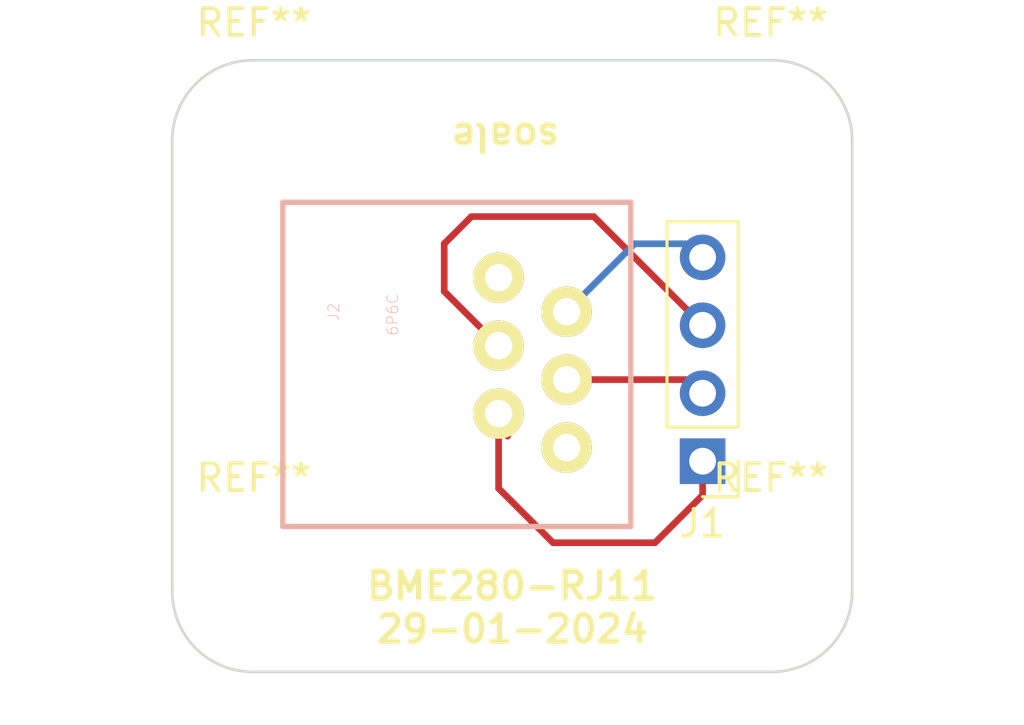
<source format=kicad_pcb>
(kicad_pcb (version 20221018) (generator pcbnew)
  (layers (0 "F.Cu" signal) (31 "B.Cu" signal) (34 "B.Paste" user) (35 "F.Paste" user) (36 "B.SilkS" user "B.Silkscreen") (37 "F.SilkS" user "F.Silkscreen") (38 "B.Mask" user) (39 "F.Mask" user) (44 "Edge.Cuts" user))
  (net 0 "")
  (net 1 "Net-(J1-Pin_1)")
  (net 2 "Net-(J1-Pin_2)")
  (net 3 "Net-(J1-Pin_3)")
  (net 4 "Net-(J1-Pin_4)")
  (footprint "Connector_PinHeader_2.54mm:PinHeader_1x04_P2.54mm_Vertical" (layer "F.Cu") (at 73.152 48.006 180)
    (fp_text reference "J1" (at 0 -2.33) (layer "F.SilkS"))
    (fp_text value "Conn_01x04")
    (fp_line (start -1.33 -1.33) (end 0 -1.33) (stroke (width 0.12)) (layer "F.SilkS"))
    (fp_line (start -1.33 0) (end -1.33 -1.33) (stroke (width 0.12)) (layer "F.SilkS"))
    (fp_line (start -1.33 1.27) (end -1.33 8.95) (stroke (width 0.12)) (layer "F.SilkS"))
    (fp_line (start -1.33 1.27) (end 1.33 1.27) (stroke (width 0.12)) (layer "F.SilkS"))
    (fp_line (start -1.33 8.95) (end 1.33 8.95) (stroke (width 0.12)) (layer "F.SilkS"))
    (fp_line (start 1.33 1.27) (end 1.33 8.95) (stroke (width 0.12)) (layer "F.SilkS"))
    (pad "1" thru_hole rect (at 0 0 180) (size 1.7 1.7) (drill 1) (layers "*.Cu" "*.Mask") (net 1 "Net-(J1-Pin_1)"))
    (pad "2" thru_hole oval (at 0 2.54 180) (size 1.7 1.7) (drill 1) (layers "*.Cu" "*.Mask") (net 2 "Net-(J1-Pin_2)"))
    (pad "3" thru_hole oval (at 0 5.08 180) (size 1.7 1.7) (drill 1) (layers "*.Cu" "*.Mask") (net 3 "Net-(J1-Pin_3)"))
    (pad "4" thru_hole oval (at 0 7.62 180) (size 1.7 1.7) (drill 1) (layers "*.Cu" "*.Mask") (net 4 "Net-(J1-Pin_4)"))
  )
  (footprint "indian-rj11-pcb-through-hole-2.54:RJ11-6-IND" (layer "F.Cu") (at 63.672 44.328 -90)
    (fp_text reference "J2" (at -1.9 4.3 90) (layer "B.SilkS") (effects (font (size 0.4064 0.4064) (thickness 0.0254))))
    (fp_text value "6P6C" (at -1.8 2.1 90) (layer "B.SilkS") (effects (font (size 0.4064 0.4064) (thickness 0.0254))))
    (fp_line (start -6 -6.8) (end -6 6.2) (stroke (width 0.2032)) (layer "B.SilkS"))
    (fp_line (start -6 -6.8) (end 6.12 -6.8) (stroke (width 0.2032)) (layer "B.SilkS"))
    (fp_line (start -6 6.2) (end 6.12 6.2) (stroke (width 0.2032)) (layer "B.SilkS"))
    (fp_line (start 6.12 6.2) (end 6.12 -6.8) (stroke (width 0.2032)) (layer "B.SilkS"))
    (pad "1" thru_hole circle (at 3.17 -4.4 90) (size 1.8796 1.8796) (drill 1.016) (layers "F&B.Cu" "F.Paste" "F.SilkS" "F.Mask"))
    (pad "2" thru_hole circle (at 1.9 -1.86 90) (size 1.8796 1.8796) (drill 1.016) (layers "F&B.Cu" "F.Paste" "F.SilkS" "F.Mask") (net 1 "Net-(J1-Pin_1)"))
    (pad "3" thru_hole circle (at 0.63 -4.4 90) (size 1.8796 1.8796) (drill 1.016) (layers "F&B.Cu" "F.Paste" "F.SilkS" "F.Mask") (net 2 "Net-(J1-Pin_2)"))
    (pad "4" thru_hole circle (at -0.64 -1.86 90) (size 1.8796 1.8796) (drill 1.016) (layers "F&B.Cu" "F.Paste" "F.SilkS" "F.Mask") (net 3 "Net-(J1-Pin_3)"))
    (pad "5" thru_hole circle (at -1.91 -4.4 90) (size 1.8796 1.8796) (drill 1.016) (layers "F&B.Cu" "F.Paste" "F.SilkS" "F.Mask") (net 4 "Net-(J1-Pin_4)"))
    (pad "6" thru_hole circle (at -3.18 -1.86 90) (size 1.8796 1.8796) (drill 1.016) (layers "F&B.Cu" "F.Paste" "F.SilkS" "F.Mask"))
  )
  (footprint "MountingHole:MountingHole_3.2mm_M3" (layer "F.Cu") (at 56.388 52.832)
    (fp_text reference "REF**" (at 0 -4.2) (layer "F.SilkS"))
    (fp_text value "MountingHole_3.2mm_M3")
    (pad "" np_thru_hole circle (at 0 0) (size 3.2 3.2) (drill 3.2) (layers "*.Cu" "*.Mask"))
  )
  (footprint "MountingHole:MountingHole_3.2mm_M3" (layer "F.Cu") (at 75.692 52.832)
    (fp_text reference "REF**" (at 0 -4.2) (layer "F.SilkS"))
    (fp_text value "MountingHole_3.2mm_M3")
    (pad "" np_thru_hole circle (at 0 0) (size 3.2 3.2) (drill 3.2) (layers "*.Cu" "*.Mask"))
  )
  (footprint "MountingHole:MountingHole_3.2mm_M3" (layer "F.Cu") (at 75.692 35.814)
    (fp_text reference "REF**" (at 0 -4.2) (layer "F.SilkS"))
    (fp_text value "MountingHole_3.2mm_M3")
    (pad "" np_thru_hole circle (at 0 0) (size 3.2 3.2) (drill 3.2) (layers "*.Cu" "*.Mask"))
  )
  (footprint "MountingHole:MountingHole_3.2mm_M3" (layer "F.Cu") (at 56.388 35.814)
    (fp_text reference "REF**" (at 0 -4.2) (layer "F.SilkS"))
    (fp_text value "MountingHole_3.2mm_M3")
    (pad "" np_thru_hole circle (at 0 0) (size 3.2 3.2) (drill 3.2) (layers "*.Cu" "*.Mask"))
  )
  (gr_arc (start 75.74 33.02) (mid 77.86132 33.89868) (end 78.74 36.02) (stroke (width 0.1)) (layer "Edge.Cuts"))
  (gr_line (start 53.34 52.88) (end 53.34 36.02) (stroke (width 0.1)) (layer "Edge.Cuts"))
  (gr_line (start 56.34 33.02) (end 75.74 33.02) (stroke (width 0.1)) (layer "Edge.Cuts"))
  (gr_arc (start 56.34 55.88) (mid 54.21868 55.00132) (end 53.34 52.88) (stroke (width 0.1)) (layer "Edge.Cuts"))
  (gr_line (start 78.74 36.02) (end 78.74 52.88) (stroke (width 0.1)) (layer "Edge.Cuts"))
  (gr_line (start 75.74 55.88) (end 56.34 55.88) (stroke (width 0.1)) (layer "Edge.Cuts"))
  (gr_arc (start 53.34 36.02) (mid 54.21868 33.89868) (end 56.34 33.02) (stroke (width 0.1)) (layer "Edge.Cuts"))
  (gr_arc (start 78.74 52.88) (mid 77.86132 55.00132) (end 75.74 55.88) (stroke (width 0.1)) (layer "Edge.Cuts"))
  (gr_text "BME280-RJ11\n29-01-2024" (at 66.04 54.864) (layer "F.SilkS") (effects (font (size 1 1) (thickness 0.2) bold) (justify bottom)))
  (gr_text "soale" (at 65.786 35.306 180) (layer "F.SilkS") (effects (font (size 1 1) (thickness 0.2) bold) (justify bottom)))
  (segment (start 73.152 49.276) (end 73.152 48.006) (width 0.25) (layer "F.Cu") (net 1))
  (segment (start 65.868 46.4566) (end 65.868 47.072) (width 0.25) (layer "F.Cu") (net 1))
  (segment (start 65.532 46.228) (end 65.532 49.022) (width 0.25) (layer "F.Cu") (net 1))
  (segment (start 71.374 51.054) (end 73.152 49.276) (width 0.25) (layer "F.Cu") (net 1))
  (segment (start 67.564 51.054) (end 71.374 51.054) (width 0.25) (layer "F.Cu") (net 1))
  (segment (start 65.532 49.022) (end 67.564 51.054) (width 0.25) (layer "F.Cu") (net 1))
  (segment (start 72.644 44.958) (end 73.152 45.466) (width 0.25) (layer "F.Cu") (net 2))
  (segment (start 68.072 44.958) (end 72.644 44.958) (width 0.25) (layer "F.Cu") (net 2))
  (segment (start 63.5 41.656) (end 63.5 39.878) (width 0.25) (layer "F.Cu") (net 3))
  (segment (start 65.532 43.688) (end 63.5 41.656) (width 0.25) (layer "F.Cu") (net 3))
  (segment (start 63.5 39.878) (end 64.516 38.862) (width 0.25) (layer "F.Cu") (net 3))
  (segment (start 69.088 38.862) (end 73.152 42.926) (width 0.25) (layer "F.Cu") (net 3))
  (segment (start 64.516 38.862) (end 69.088 38.862) (width 0.25) (layer "F.Cu") (net 3))
  (segment (start 68.072 42.418) (end 70.612 39.878) (width 0.25) (layer "B.Cu") (net 4))
  (segment (start 70.612 39.878) (end 72.644 39.878) (width 0.25) (layer "B.Cu") (net 4))
  (segment (start 72.644 39.878) (end 73.152 40.386) (width 0.25) (layer "B.Cu") (net 4))
)
</source>
